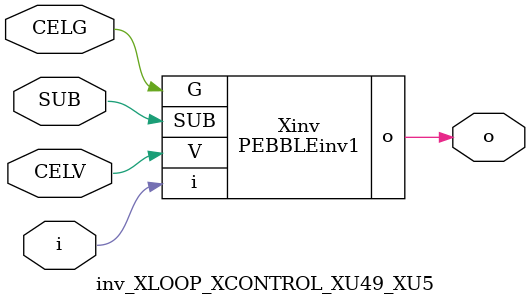
<source format=v>



module PEBBLEinv1 ( o, G, SUB, V, i );

  input V;
  input i;
  input G;
  output o;
  input SUB;
endmodule

//Celera Confidential Do Not Copy inv_XLOOP_XCONTROL_XU49_XU5
//Celera Confidential Symbol Generator
//5V Inverter
module inv_XLOOP_XCONTROL_XU49_XU5 (CELV,CELG,i,o,SUB);
input CELV;
input CELG;
input i;
input SUB;
output o;

//Celera Confidential Do Not Copy inv
PEBBLEinv1 Xinv(
.V (CELV),
.i (i),
.o (o),
.SUB (SUB),
.G (CELG)
);
//,diesize,PEBBLEinv1

//Celera Confidential Do Not Copy Module End
//Celera Schematic Generator
endmodule

</source>
